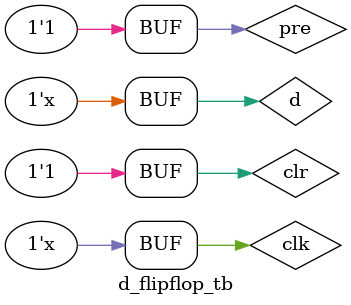
<source format=v>

module d_flipflop(q,qn,d,clk,pre,clr);
  input d,clk,pre,clr;
  output q,qn;
  wire clkn,dn,p,m,r,s,t,u;
  
  not(clkn,clk);
  not(dn,d);
  nand(p,d,clkn,clr);
  nand(m,pre,clkn,dn);
  nand(r,pre,p,s);
  nand(s,m,r,clr);
  nand(t,r,clk);
  nand(u,s,clk);
  nand(q,pre,t,qn);
  nand(qn,clr,u,q);
  
  endmodule
  
module d_flipflop_tb;
  reg d,clk,pre,clr;
  wire q,qn;
  
  d_flipflop uut(q,qn,d,clk,pre,clr);
  
  initial
  begin
    clk=0; clr=0; pre=1; d=0;
    #20 clr=1;
    #50 clr=0;
    #20 clr=1;
    #100 pre=0;
    #30 pre=1;
  end

  always #50 clk=~clk;
  always #200 d=~d;

endmodule 

</source>
